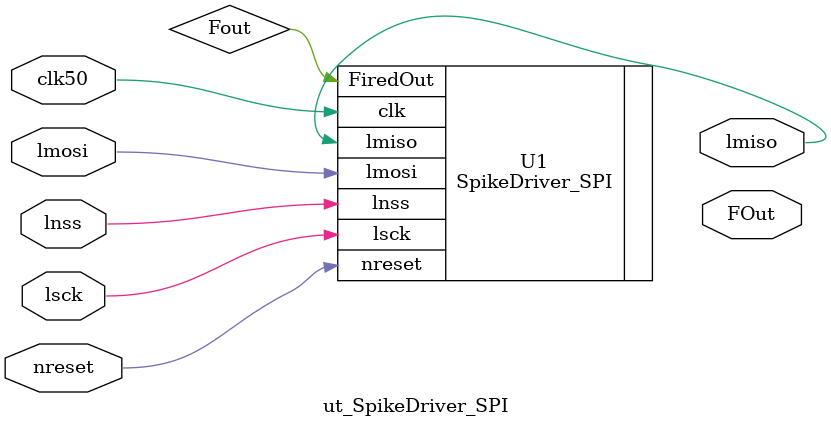
<source format=v>
module ut_SpikeDriver_SPI
  (
  input clk50, nreset,                 // clk e reset do sistema
  input lsck, lmosi, lnss,             // input do SPI
  output lmiso,                        // saída SPI
  output [SZPFIRED-1:0] FOut           // saída Parallel Firing OUt
  );

  parameter SZPFIRED = 32;             // tam do vetor saída paralela FiredOut

// instancia o módulo SpikeDriver_SPI
SpikeDriver_SPI                        // este modulo 256 nrds
  U1
  (
  .clk       ( clk50 ), 
  .nreset    ( nreset ),
  .lsck      ( lsck ), 
  .lmosi     ( lmosi ), 
  .lnss      ( lnss ),
  .lmiso     ( lmiso ),
  .FiredOut  ( Fout )
  );

endmodule

</source>
